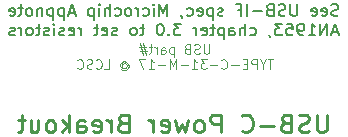
<source format=gbr>
G04 #@! TF.GenerationSoftware,KiCad,Pcbnew,(5.1.2-1)-1*
G04 #@! TF.CreationDate,2020-04-24T16:50:01+02:00*
G04 #@! TF.ProjectId,USB-C-Power-tester,5553422d-432d-4506-9f77-65722d746573,rev?*
G04 #@! TF.SameCoordinates,Original*
G04 #@! TF.FileFunction,Legend,Bot*
G04 #@! TF.FilePolarity,Positive*
%FSLAX46Y46*%
G04 Gerber Fmt 4.6, Leading zero omitted, Abs format (unit mm)*
G04 Created by KiCad (PCBNEW (5.1.2-1)-1) date 2020-04-24 16:50:01*
%MOMM*%
%LPD*%
G04 APERTURE LIST*
%ADD10C,0.100000*%
%ADD11C,0.250000*%
%ADD12C,0.150000*%
G04 APERTURE END LIST*
D10*
X85514285Y-67711904D02*
X85514285Y-68359523D01*
X85476190Y-68435714D01*
X85438095Y-68473809D01*
X85361904Y-68511904D01*
X85209523Y-68511904D01*
X85133333Y-68473809D01*
X85095238Y-68435714D01*
X85057142Y-68359523D01*
X85057142Y-67711904D01*
X84714285Y-68473809D02*
X84600000Y-68511904D01*
X84409523Y-68511904D01*
X84333333Y-68473809D01*
X84295238Y-68435714D01*
X84257142Y-68359523D01*
X84257142Y-68283333D01*
X84295238Y-68207142D01*
X84333333Y-68169047D01*
X84409523Y-68130952D01*
X84561904Y-68092857D01*
X84638095Y-68054761D01*
X84676190Y-68016666D01*
X84714285Y-67940476D01*
X84714285Y-67864285D01*
X84676190Y-67788095D01*
X84638095Y-67750000D01*
X84561904Y-67711904D01*
X84371428Y-67711904D01*
X84257142Y-67750000D01*
X83647619Y-68092857D02*
X83533333Y-68130952D01*
X83495238Y-68169047D01*
X83457142Y-68245238D01*
X83457142Y-68359523D01*
X83495238Y-68435714D01*
X83533333Y-68473809D01*
X83609523Y-68511904D01*
X83914285Y-68511904D01*
X83914285Y-67711904D01*
X83647619Y-67711904D01*
X83571428Y-67750000D01*
X83533333Y-67788095D01*
X83495238Y-67864285D01*
X83495238Y-67940476D01*
X83533333Y-68016666D01*
X83571428Y-68054761D01*
X83647619Y-68092857D01*
X83914285Y-68092857D01*
X82504761Y-67978571D02*
X82504761Y-68778571D01*
X82504761Y-68016666D02*
X82428571Y-67978571D01*
X82276190Y-67978571D01*
X82200000Y-68016666D01*
X82161904Y-68054761D01*
X82123809Y-68130952D01*
X82123809Y-68359523D01*
X82161904Y-68435714D01*
X82200000Y-68473809D01*
X82276190Y-68511904D01*
X82428571Y-68511904D01*
X82504761Y-68473809D01*
X81438095Y-68511904D02*
X81438095Y-68092857D01*
X81476190Y-68016666D01*
X81552380Y-67978571D01*
X81704761Y-67978571D01*
X81780952Y-68016666D01*
X81438095Y-68473809D02*
X81514285Y-68511904D01*
X81704761Y-68511904D01*
X81780952Y-68473809D01*
X81819047Y-68397619D01*
X81819047Y-68321428D01*
X81780952Y-68245238D01*
X81704761Y-68207142D01*
X81514285Y-68207142D01*
X81438095Y-68169047D01*
X81057142Y-68511904D02*
X81057142Y-67978571D01*
X81057142Y-68130952D02*
X81019047Y-68054761D01*
X80980952Y-68016666D01*
X80904761Y-67978571D01*
X80828571Y-67978571D01*
X80676190Y-67978571D02*
X80371428Y-67978571D01*
X80561904Y-67711904D02*
X80561904Y-68397619D01*
X80523809Y-68473809D01*
X80447619Y-68511904D01*
X80371428Y-68511904D01*
X80142857Y-67978571D02*
X79571428Y-67978571D01*
X79914285Y-67635714D02*
X80142857Y-68664285D01*
X79647619Y-68321428D02*
X80219047Y-68321428D01*
X79876190Y-68664285D02*
X79647619Y-67635714D01*
X90923809Y-69011904D02*
X90466666Y-69011904D01*
X90695238Y-69811904D02*
X90695238Y-69011904D01*
X90047619Y-69430952D02*
X90047619Y-69811904D01*
X90314285Y-69011904D02*
X90047619Y-69430952D01*
X89780952Y-69011904D01*
X89514285Y-69811904D02*
X89514285Y-69011904D01*
X89209523Y-69011904D01*
X89133333Y-69050000D01*
X89095238Y-69088095D01*
X89057142Y-69164285D01*
X89057142Y-69278571D01*
X89095238Y-69354761D01*
X89133333Y-69392857D01*
X89209523Y-69430952D01*
X89514285Y-69430952D01*
X88714285Y-69392857D02*
X88447619Y-69392857D01*
X88333333Y-69811904D02*
X88714285Y-69811904D01*
X88714285Y-69011904D01*
X88333333Y-69011904D01*
X87990476Y-69507142D02*
X87380952Y-69507142D01*
X86542857Y-69735714D02*
X86580952Y-69773809D01*
X86695238Y-69811904D01*
X86771428Y-69811904D01*
X86885714Y-69773809D01*
X86961904Y-69697619D01*
X87000000Y-69621428D01*
X87038095Y-69469047D01*
X87038095Y-69354761D01*
X87000000Y-69202380D01*
X86961904Y-69126190D01*
X86885714Y-69050000D01*
X86771428Y-69011904D01*
X86695238Y-69011904D01*
X86580952Y-69050000D01*
X86542857Y-69088095D01*
X86200000Y-69507142D02*
X85590476Y-69507142D01*
X85285714Y-69011904D02*
X84790476Y-69011904D01*
X85057142Y-69316666D01*
X84942857Y-69316666D01*
X84866666Y-69354761D01*
X84828571Y-69392857D01*
X84790476Y-69469047D01*
X84790476Y-69659523D01*
X84828571Y-69735714D01*
X84866666Y-69773809D01*
X84942857Y-69811904D01*
X85171428Y-69811904D01*
X85247619Y-69773809D01*
X85285714Y-69735714D01*
X84028571Y-69811904D02*
X84485714Y-69811904D01*
X84257142Y-69811904D02*
X84257142Y-69011904D01*
X84333333Y-69126190D01*
X84409523Y-69202380D01*
X84485714Y-69240476D01*
X83685714Y-69507142D02*
X83076190Y-69507142D01*
X82695238Y-69811904D02*
X82695238Y-69011904D01*
X82428571Y-69583333D01*
X82161904Y-69011904D01*
X82161904Y-69811904D01*
X81780952Y-69507142D02*
X81171428Y-69507142D01*
X80371428Y-69811904D02*
X80828571Y-69811904D01*
X80600000Y-69811904D02*
X80600000Y-69011904D01*
X80676190Y-69126190D01*
X80752380Y-69202380D01*
X80828571Y-69240476D01*
X80104761Y-69011904D02*
X79571428Y-69011904D01*
X79914285Y-69811904D01*
X78161904Y-69430952D02*
X78200000Y-69392857D01*
X78276190Y-69354761D01*
X78352380Y-69354761D01*
X78428571Y-69392857D01*
X78466666Y-69430952D01*
X78504761Y-69507142D01*
X78504761Y-69583333D01*
X78466666Y-69659523D01*
X78428571Y-69697619D01*
X78352380Y-69735714D01*
X78276190Y-69735714D01*
X78200000Y-69697619D01*
X78161904Y-69659523D01*
X78161904Y-69354761D02*
X78161904Y-69659523D01*
X78123809Y-69697619D01*
X78085714Y-69697619D01*
X78009523Y-69659523D01*
X77971428Y-69583333D01*
X77971428Y-69392857D01*
X78047619Y-69278571D01*
X78161904Y-69202380D01*
X78314285Y-69164285D01*
X78466666Y-69202380D01*
X78580952Y-69278571D01*
X78657142Y-69392857D01*
X78695238Y-69545238D01*
X78657142Y-69697619D01*
X78580952Y-69811904D01*
X78466666Y-69888095D01*
X78314285Y-69926190D01*
X78161904Y-69888095D01*
X78047619Y-69811904D01*
X76638095Y-69811904D02*
X77019047Y-69811904D01*
X77019047Y-69011904D01*
X75914285Y-69735714D02*
X75952380Y-69773809D01*
X76066666Y-69811904D01*
X76142857Y-69811904D01*
X76257142Y-69773809D01*
X76333333Y-69697619D01*
X76371428Y-69621428D01*
X76409523Y-69469047D01*
X76409523Y-69354761D01*
X76371428Y-69202380D01*
X76333333Y-69126190D01*
X76257142Y-69050000D01*
X76142857Y-69011904D01*
X76066666Y-69011904D01*
X75952380Y-69050000D01*
X75914285Y-69088095D01*
X75609523Y-69773809D02*
X75495238Y-69811904D01*
X75304761Y-69811904D01*
X75228571Y-69773809D01*
X75190476Y-69735714D01*
X75152380Y-69659523D01*
X75152380Y-69583333D01*
X75190476Y-69507142D01*
X75228571Y-69469047D01*
X75304761Y-69430952D01*
X75457142Y-69392857D01*
X75533333Y-69354761D01*
X75571428Y-69316666D01*
X75609523Y-69240476D01*
X75609523Y-69164285D01*
X75571428Y-69088095D01*
X75533333Y-69050000D01*
X75457142Y-69011904D01*
X75266666Y-69011904D01*
X75152380Y-69050000D01*
X74352380Y-69735714D02*
X74390476Y-69773809D01*
X74504761Y-69811904D01*
X74580952Y-69811904D01*
X74695238Y-69773809D01*
X74771428Y-69697619D01*
X74809523Y-69621428D01*
X74847619Y-69469047D01*
X74847619Y-69354761D01*
X74809523Y-69202380D01*
X74771428Y-69126190D01*
X74695238Y-69050000D01*
X74580952Y-69011904D01*
X74504761Y-69011904D01*
X74390476Y-69050000D01*
X74352380Y-69088095D01*
D11*
X95464285Y-73678571D02*
X95464285Y-74892857D01*
X95392857Y-75035714D01*
X95321428Y-75107142D01*
X95178571Y-75178571D01*
X94892857Y-75178571D01*
X94750000Y-75107142D01*
X94678571Y-75035714D01*
X94607142Y-74892857D01*
X94607142Y-73678571D01*
X93964285Y-75107142D02*
X93750000Y-75178571D01*
X93392857Y-75178571D01*
X93250000Y-75107142D01*
X93178571Y-75035714D01*
X93107142Y-74892857D01*
X93107142Y-74750000D01*
X93178571Y-74607142D01*
X93250000Y-74535714D01*
X93392857Y-74464285D01*
X93678571Y-74392857D01*
X93821428Y-74321428D01*
X93892857Y-74250000D01*
X93964285Y-74107142D01*
X93964285Y-73964285D01*
X93892857Y-73821428D01*
X93821428Y-73750000D01*
X93678571Y-73678571D01*
X93321428Y-73678571D01*
X93107142Y-73750000D01*
X91964285Y-74392857D02*
X91750000Y-74464285D01*
X91678571Y-74535714D01*
X91607142Y-74678571D01*
X91607142Y-74892857D01*
X91678571Y-75035714D01*
X91750000Y-75107142D01*
X91892857Y-75178571D01*
X92464285Y-75178571D01*
X92464285Y-73678571D01*
X91964285Y-73678571D01*
X91821428Y-73750000D01*
X91750000Y-73821428D01*
X91678571Y-73964285D01*
X91678571Y-74107142D01*
X91750000Y-74250000D01*
X91821428Y-74321428D01*
X91964285Y-74392857D01*
X92464285Y-74392857D01*
X90964285Y-74607142D02*
X89821428Y-74607142D01*
X88250000Y-75035714D02*
X88321428Y-75107142D01*
X88535714Y-75178571D01*
X88678571Y-75178571D01*
X88892857Y-75107142D01*
X89035714Y-74964285D01*
X89107142Y-74821428D01*
X89178571Y-74535714D01*
X89178571Y-74321428D01*
X89107142Y-74035714D01*
X89035714Y-73892857D01*
X88892857Y-73750000D01*
X88678571Y-73678571D01*
X88535714Y-73678571D01*
X88321428Y-73750000D01*
X88250000Y-73821428D01*
X86464285Y-75178571D02*
X86464285Y-73678571D01*
X85892857Y-73678571D01*
X85750000Y-73750000D01*
X85678571Y-73821428D01*
X85607142Y-73964285D01*
X85607142Y-74178571D01*
X85678571Y-74321428D01*
X85750000Y-74392857D01*
X85892857Y-74464285D01*
X86464285Y-74464285D01*
X84750000Y-75178571D02*
X84892857Y-75107142D01*
X84964285Y-75035714D01*
X85035714Y-74892857D01*
X85035714Y-74464285D01*
X84964285Y-74321428D01*
X84892857Y-74250000D01*
X84750000Y-74178571D01*
X84535714Y-74178571D01*
X84392857Y-74250000D01*
X84321428Y-74321428D01*
X84250000Y-74464285D01*
X84250000Y-74892857D01*
X84321428Y-75035714D01*
X84392857Y-75107142D01*
X84535714Y-75178571D01*
X84750000Y-75178571D01*
X83750000Y-74178571D02*
X83464285Y-75178571D01*
X83178571Y-74464285D01*
X82892857Y-75178571D01*
X82607142Y-74178571D01*
X81464285Y-75107142D02*
X81607142Y-75178571D01*
X81892857Y-75178571D01*
X82035714Y-75107142D01*
X82107142Y-74964285D01*
X82107142Y-74392857D01*
X82035714Y-74250000D01*
X81892857Y-74178571D01*
X81607142Y-74178571D01*
X81464285Y-74250000D01*
X81392857Y-74392857D01*
X81392857Y-74535714D01*
X82107142Y-74678571D01*
X80750000Y-75178571D02*
X80750000Y-74178571D01*
X80750000Y-74464285D02*
X80678571Y-74321428D01*
X80607142Y-74250000D01*
X80464285Y-74178571D01*
X80321428Y-74178571D01*
X78178571Y-74392857D02*
X77964285Y-74464285D01*
X77892857Y-74535714D01*
X77821428Y-74678571D01*
X77821428Y-74892857D01*
X77892857Y-75035714D01*
X77964285Y-75107142D01*
X78107142Y-75178571D01*
X78678571Y-75178571D01*
X78678571Y-73678571D01*
X78178571Y-73678571D01*
X78035714Y-73750000D01*
X77964285Y-73821428D01*
X77892857Y-73964285D01*
X77892857Y-74107142D01*
X77964285Y-74250000D01*
X78035714Y-74321428D01*
X78178571Y-74392857D01*
X78678571Y-74392857D01*
X77178571Y-75178571D02*
X77178571Y-74178571D01*
X77178571Y-74464285D02*
X77107142Y-74321428D01*
X77035714Y-74250000D01*
X76892857Y-74178571D01*
X76750000Y-74178571D01*
X75678571Y-75107142D02*
X75821428Y-75178571D01*
X76107142Y-75178571D01*
X76250000Y-75107142D01*
X76321428Y-74964285D01*
X76321428Y-74392857D01*
X76250000Y-74250000D01*
X76107142Y-74178571D01*
X75821428Y-74178571D01*
X75678571Y-74250000D01*
X75607142Y-74392857D01*
X75607142Y-74535714D01*
X76321428Y-74678571D01*
X74321428Y-75178571D02*
X74321428Y-74392857D01*
X74392857Y-74250000D01*
X74535714Y-74178571D01*
X74821428Y-74178571D01*
X74964285Y-74250000D01*
X74321428Y-75107142D02*
X74464285Y-75178571D01*
X74821428Y-75178571D01*
X74964285Y-75107142D01*
X75035714Y-74964285D01*
X75035714Y-74821428D01*
X74964285Y-74678571D01*
X74821428Y-74607142D01*
X74464285Y-74607142D01*
X74321428Y-74535714D01*
X73607142Y-75178571D02*
X73607142Y-73678571D01*
X73464285Y-74607142D02*
X73035714Y-75178571D01*
X73035714Y-74178571D02*
X73607142Y-74750000D01*
X72178571Y-75178571D02*
X72321428Y-75107142D01*
X72392857Y-75035714D01*
X72464285Y-74892857D01*
X72464285Y-74464285D01*
X72392857Y-74321428D01*
X72321428Y-74250000D01*
X72178571Y-74178571D01*
X71964285Y-74178571D01*
X71821428Y-74250000D01*
X71750000Y-74321428D01*
X71678571Y-74464285D01*
X71678571Y-74892857D01*
X71750000Y-75035714D01*
X71821428Y-75107142D01*
X71964285Y-75178571D01*
X72178571Y-75178571D01*
X70392857Y-74178571D02*
X70392857Y-75178571D01*
X71035714Y-74178571D02*
X71035714Y-74964285D01*
X70964285Y-75107142D01*
X70821428Y-75178571D01*
X70607142Y-75178571D01*
X70464285Y-75107142D01*
X70392857Y-75035714D01*
X69892857Y-74178571D02*
X69321428Y-74178571D01*
X69678571Y-73678571D02*
X69678571Y-74964285D01*
X69607142Y-75107142D01*
X69464285Y-75178571D01*
X69321428Y-75178571D01*
D12*
X96428571Y-65279761D02*
X96285714Y-65327380D01*
X96047619Y-65327380D01*
X95952380Y-65279761D01*
X95904761Y-65232142D01*
X95857142Y-65136904D01*
X95857142Y-65041666D01*
X95904761Y-64946428D01*
X95952380Y-64898809D01*
X96047619Y-64851190D01*
X96238095Y-64803571D01*
X96333333Y-64755952D01*
X96380952Y-64708333D01*
X96428571Y-64613095D01*
X96428571Y-64517857D01*
X96380952Y-64422619D01*
X96333333Y-64375000D01*
X96238095Y-64327380D01*
X96000000Y-64327380D01*
X95857142Y-64375000D01*
X95047619Y-65279761D02*
X95142857Y-65327380D01*
X95333333Y-65327380D01*
X95428571Y-65279761D01*
X95476190Y-65184523D01*
X95476190Y-64803571D01*
X95428571Y-64708333D01*
X95333333Y-64660714D01*
X95142857Y-64660714D01*
X95047619Y-64708333D01*
X95000000Y-64803571D01*
X95000000Y-64898809D01*
X95476190Y-64994047D01*
X94190476Y-65279761D02*
X94285714Y-65327380D01*
X94476190Y-65327380D01*
X94571428Y-65279761D01*
X94619047Y-65184523D01*
X94619047Y-64803571D01*
X94571428Y-64708333D01*
X94476190Y-64660714D01*
X94285714Y-64660714D01*
X94190476Y-64708333D01*
X94142857Y-64803571D01*
X94142857Y-64898809D01*
X94619047Y-64994047D01*
X92952380Y-64327380D02*
X92952380Y-65136904D01*
X92904761Y-65232142D01*
X92857142Y-65279761D01*
X92761904Y-65327380D01*
X92571428Y-65327380D01*
X92476190Y-65279761D01*
X92428571Y-65232142D01*
X92380952Y-65136904D01*
X92380952Y-64327380D01*
X91952380Y-65279761D02*
X91809523Y-65327380D01*
X91571428Y-65327380D01*
X91476190Y-65279761D01*
X91428571Y-65232142D01*
X91380952Y-65136904D01*
X91380952Y-65041666D01*
X91428571Y-64946428D01*
X91476190Y-64898809D01*
X91571428Y-64851190D01*
X91761904Y-64803571D01*
X91857142Y-64755952D01*
X91904761Y-64708333D01*
X91952380Y-64613095D01*
X91952380Y-64517857D01*
X91904761Y-64422619D01*
X91857142Y-64375000D01*
X91761904Y-64327380D01*
X91523809Y-64327380D01*
X91380952Y-64375000D01*
X90619047Y-64803571D02*
X90476190Y-64851190D01*
X90428571Y-64898809D01*
X90380952Y-64994047D01*
X90380952Y-65136904D01*
X90428571Y-65232142D01*
X90476190Y-65279761D01*
X90571428Y-65327380D01*
X90952380Y-65327380D01*
X90952380Y-64327380D01*
X90619047Y-64327380D01*
X90523809Y-64375000D01*
X90476190Y-64422619D01*
X90428571Y-64517857D01*
X90428571Y-64613095D01*
X90476190Y-64708333D01*
X90523809Y-64755952D01*
X90619047Y-64803571D01*
X90952380Y-64803571D01*
X89952380Y-64946428D02*
X89190476Y-64946428D01*
X88714285Y-65327380D02*
X88714285Y-64327380D01*
X87904761Y-64803571D02*
X88238095Y-64803571D01*
X88238095Y-65327380D02*
X88238095Y-64327380D01*
X87761904Y-64327380D01*
X86666666Y-65279761D02*
X86571428Y-65327380D01*
X86380952Y-65327380D01*
X86285714Y-65279761D01*
X86238095Y-65184523D01*
X86238095Y-65136904D01*
X86285714Y-65041666D01*
X86380952Y-64994047D01*
X86523809Y-64994047D01*
X86619047Y-64946428D01*
X86666666Y-64851190D01*
X86666666Y-64803571D01*
X86619047Y-64708333D01*
X86523809Y-64660714D01*
X86380952Y-64660714D01*
X86285714Y-64708333D01*
X85809523Y-64660714D02*
X85809523Y-65660714D01*
X85809523Y-64708333D02*
X85714285Y-64660714D01*
X85523809Y-64660714D01*
X85428571Y-64708333D01*
X85380952Y-64755952D01*
X85333333Y-64851190D01*
X85333333Y-65136904D01*
X85380952Y-65232142D01*
X85428571Y-65279761D01*
X85523809Y-65327380D01*
X85714285Y-65327380D01*
X85809523Y-65279761D01*
X84523809Y-65279761D02*
X84619047Y-65327380D01*
X84809523Y-65327380D01*
X84904761Y-65279761D01*
X84952380Y-65184523D01*
X84952380Y-64803571D01*
X84904761Y-64708333D01*
X84809523Y-64660714D01*
X84619047Y-64660714D01*
X84523809Y-64708333D01*
X84476190Y-64803571D01*
X84476190Y-64898809D01*
X84952380Y-64994047D01*
X83619047Y-65279761D02*
X83714285Y-65327380D01*
X83904761Y-65327380D01*
X84000000Y-65279761D01*
X84047619Y-65232142D01*
X84095238Y-65136904D01*
X84095238Y-64851190D01*
X84047619Y-64755952D01*
X84000000Y-64708333D01*
X83904761Y-64660714D01*
X83714285Y-64660714D01*
X83619047Y-64708333D01*
X83142857Y-65279761D02*
X83142857Y-65327380D01*
X83190476Y-65422619D01*
X83238095Y-65470238D01*
X81952380Y-65327380D02*
X81952380Y-64327380D01*
X81619047Y-65041666D01*
X81285714Y-64327380D01*
X81285714Y-65327380D01*
X80809523Y-65327380D02*
X80809523Y-64660714D01*
X80809523Y-64327380D02*
X80857142Y-64375000D01*
X80809523Y-64422619D01*
X80761904Y-64375000D01*
X80809523Y-64327380D01*
X80809523Y-64422619D01*
X79904761Y-65279761D02*
X80000000Y-65327380D01*
X80190476Y-65327380D01*
X80285714Y-65279761D01*
X80333333Y-65232142D01*
X80380952Y-65136904D01*
X80380952Y-64851190D01*
X80333333Y-64755952D01*
X80285714Y-64708333D01*
X80190476Y-64660714D01*
X80000000Y-64660714D01*
X79904761Y-64708333D01*
X79476190Y-65327380D02*
X79476190Y-64660714D01*
X79476190Y-64851190D02*
X79428571Y-64755952D01*
X79380952Y-64708333D01*
X79285714Y-64660714D01*
X79190476Y-64660714D01*
X78714285Y-65327380D02*
X78809523Y-65279761D01*
X78857142Y-65232142D01*
X78904761Y-65136904D01*
X78904761Y-64851190D01*
X78857142Y-64755952D01*
X78809523Y-64708333D01*
X78714285Y-64660714D01*
X78571428Y-64660714D01*
X78476190Y-64708333D01*
X78428571Y-64755952D01*
X78380952Y-64851190D01*
X78380952Y-65136904D01*
X78428571Y-65232142D01*
X78476190Y-65279761D01*
X78571428Y-65327380D01*
X78714285Y-65327380D01*
X77523809Y-65279761D02*
X77619047Y-65327380D01*
X77809523Y-65327380D01*
X77904761Y-65279761D01*
X77952380Y-65232142D01*
X78000000Y-65136904D01*
X78000000Y-64851190D01*
X77952380Y-64755952D01*
X77904761Y-64708333D01*
X77809523Y-64660714D01*
X77619047Y-64660714D01*
X77523809Y-64708333D01*
X77095238Y-65327380D02*
X77095238Y-64327380D01*
X76666666Y-65327380D02*
X76666666Y-64803571D01*
X76714285Y-64708333D01*
X76809523Y-64660714D01*
X76952380Y-64660714D01*
X77047619Y-64708333D01*
X77095238Y-64755952D01*
X76190476Y-65327380D02*
X76190476Y-64660714D01*
X76190476Y-64327380D02*
X76238095Y-64375000D01*
X76190476Y-64422619D01*
X76142857Y-64375000D01*
X76190476Y-64327380D01*
X76190476Y-64422619D01*
X75714285Y-64660714D02*
X75714285Y-65660714D01*
X75714285Y-64708333D02*
X75619047Y-64660714D01*
X75428571Y-64660714D01*
X75333333Y-64708333D01*
X75285714Y-64755952D01*
X75238095Y-64851190D01*
X75238095Y-65136904D01*
X75285714Y-65232142D01*
X75333333Y-65279761D01*
X75428571Y-65327380D01*
X75619047Y-65327380D01*
X75714285Y-65279761D01*
X74095238Y-65041666D02*
X73619047Y-65041666D01*
X74190476Y-65327380D02*
X73857142Y-64327380D01*
X73523809Y-65327380D01*
X73190476Y-64660714D02*
X73190476Y-65660714D01*
X73190476Y-64708333D02*
X73095238Y-64660714D01*
X72904761Y-64660714D01*
X72809523Y-64708333D01*
X72761904Y-64755952D01*
X72714285Y-64851190D01*
X72714285Y-65136904D01*
X72761904Y-65232142D01*
X72809523Y-65279761D01*
X72904761Y-65327380D01*
X73095238Y-65327380D01*
X73190476Y-65279761D01*
X72285714Y-64660714D02*
X72285714Y-65660714D01*
X72285714Y-64708333D02*
X72190476Y-64660714D01*
X72000000Y-64660714D01*
X71904761Y-64708333D01*
X71857142Y-64755952D01*
X71809523Y-64851190D01*
X71809523Y-65136904D01*
X71857142Y-65232142D01*
X71904761Y-65279761D01*
X72000000Y-65327380D01*
X72190476Y-65327380D01*
X72285714Y-65279761D01*
X71380952Y-64660714D02*
X71380952Y-65327380D01*
X71380952Y-64755952D02*
X71333333Y-64708333D01*
X71238095Y-64660714D01*
X71095238Y-64660714D01*
X71000000Y-64708333D01*
X70952380Y-64803571D01*
X70952380Y-65327380D01*
X70333333Y-65327380D02*
X70428571Y-65279761D01*
X70476190Y-65232142D01*
X70523809Y-65136904D01*
X70523809Y-64851190D01*
X70476190Y-64755952D01*
X70428571Y-64708333D01*
X70333333Y-64660714D01*
X70190476Y-64660714D01*
X70095238Y-64708333D01*
X70047619Y-64755952D01*
X70000000Y-64851190D01*
X70000000Y-65136904D01*
X70047619Y-65232142D01*
X70095238Y-65279761D01*
X70190476Y-65327380D01*
X70333333Y-65327380D01*
X69714285Y-64660714D02*
X69333333Y-64660714D01*
X69571428Y-64327380D02*
X69571428Y-65184523D01*
X69523809Y-65279761D01*
X69428571Y-65327380D01*
X69333333Y-65327380D01*
X68619047Y-65279761D02*
X68714285Y-65327380D01*
X68904761Y-65327380D01*
X69000000Y-65279761D01*
X69047619Y-65184523D01*
X69047619Y-64803571D01*
X69000000Y-64708333D01*
X68904761Y-64660714D01*
X68714285Y-64660714D01*
X68619047Y-64708333D01*
X68571428Y-64803571D01*
X68571428Y-64898809D01*
X69047619Y-64994047D01*
X96404761Y-66691666D02*
X95928571Y-66691666D01*
X96500000Y-66977380D02*
X96166666Y-65977380D01*
X95833333Y-66977380D01*
X95500000Y-66977380D02*
X95500000Y-65977380D01*
X94928571Y-66977380D01*
X94928571Y-65977380D01*
X93928571Y-66977380D02*
X94500000Y-66977380D01*
X94214285Y-66977380D02*
X94214285Y-65977380D01*
X94309523Y-66120238D01*
X94404761Y-66215476D01*
X94500000Y-66263095D01*
X93452380Y-66977380D02*
X93261904Y-66977380D01*
X93166666Y-66929761D01*
X93119047Y-66882142D01*
X93023809Y-66739285D01*
X92976190Y-66548809D01*
X92976190Y-66167857D01*
X93023809Y-66072619D01*
X93071428Y-66025000D01*
X93166666Y-65977380D01*
X93357142Y-65977380D01*
X93452380Y-66025000D01*
X93500000Y-66072619D01*
X93547619Y-66167857D01*
X93547619Y-66405952D01*
X93500000Y-66501190D01*
X93452380Y-66548809D01*
X93357142Y-66596428D01*
X93166666Y-66596428D01*
X93071428Y-66548809D01*
X93023809Y-66501190D01*
X92976190Y-66405952D01*
X92071428Y-65977380D02*
X92547619Y-65977380D01*
X92595238Y-66453571D01*
X92547619Y-66405952D01*
X92452380Y-66358333D01*
X92214285Y-66358333D01*
X92119047Y-66405952D01*
X92071428Y-66453571D01*
X92023809Y-66548809D01*
X92023809Y-66786904D01*
X92071428Y-66882142D01*
X92119047Y-66929761D01*
X92214285Y-66977380D01*
X92452380Y-66977380D01*
X92547619Y-66929761D01*
X92595238Y-66882142D01*
X91690476Y-65977380D02*
X91071428Y-65977380D01*
X91404761Y-66358333D01*
X91261904Y-66358333D01*
X91166666Y-66405952D01*
X91119047Y-66453571D01*
X91071428Y-66548809D01*
X91071428Y-66786904D01*
X91119047Y-66882142D01*
X91166666Y-66929761D01*
X91261904Y-66977380D01*
X91547619Y-66977380D01*
X91642857Y-66929761D01*
X91690476Y-66882142D01*
X90595238Y-66929761D02*
X90595238Y-66977380D01*
X90642857Y-67072619D01*
X90690476Y-67120238D01*
X88976190Y-66929761D02*
X89071428Y-66977380D01*
X89261904Y-66977380D01*
X89357142Y-66929761D01*
X89404761Y-66882142D01*
X89452380Y-66786904D01*
X89452380Y-66501190D01*
X89404761Y-66405952D01*
X89357142Y-66358333D01*
X89261904Y-66310714D01*
X89071428Y-66310714D01*
X88976190Y-66358333D01*
X88547619Y-66977380D02*
X88547619Y-65977380D01*
X88119047Y-66977380D02*
X88119047Y-66453571D01*
X88166666Y-66358333D01*
X88261904Y-66310714D01*
X88404761Y-66310714D01*
X88500000Y-66358333D01*
X88547619Y-66405952D01*
X87214285Y-66977380D02*
X87214285Y-66453571D01*
X87261904Y-66358333D01*
X87357142Y-66310714D01*
X87547619Y-66310714D01*
X87642857Y-66358333D01*
X87214285Y-66929761D02*
X87309523Y-66977380D01*
X87547619Y-66977380D01*
X87642857Y-66929761D01*
X87690476Y-66834523D01*
X87690476Y-66739285D01*
X87642857Y-66644047D01*
X87547619Y-66596428D01*
X87309523Y-66596428D01*
X87214285Y-66548809D01*
X86738095Y-66310714D02*
X86738095Y-67310714D01*
X86738095Y-66358333D02*
X86642857Y-66310714D01*
X86452380Y-66310714D01*
X86357142Y-66358333D01*
X86309523Y-66405952D01*
X86261904Y-66501190D01*
X86261904Y-66786904D01*
X86309523Y-66882142D01*
X86357142Y-66929761D01*
X86452380Y-66977380D01*
X86642857Y-66977380D01*
X86738095Y-66929761D01*
X85976190Y-66310714D02*
X85595238Y-66310714D01*
X85833333Y-65977380D02*
X85833333Y-66834523D01*
X85785714Y-66929761D01*
X85690476Y-66977380D01*
X85595238Y-66977380D01*
X84880952Y-66929761D02*
X84976190Y-66977380D01*
X85166666Y-66977380D01*
X85261904Y-66929761D01*
X85309523Y-66834523D01*
X85309523Y-66453571D01*
X85261904Y-66358333D01*
X85166666Y-66310714D01*
X84976190Y-66310714D01*
X84880952Y-66358333D01*
X84833333Y-66453571D01*
X84833333Y-66548809D01*
X85309523Y-66644047D01*
X84404761Y-66977380D02*
X84404761Y-66310714D01*
X84404761Y-66501190D02*
X84357142Y-66405952D01*
X84309523Y-66358333D01*
X84214285Y-66310714D01*
X84119047Y-66310714D01*
X83119047Y-65977380D02*
X82500000Y-65977380D01*
X82833333Y-66358333D01*
X82690476Y-66358333D01*
X82595238Y-66405952D01*
X82547619Y-66453571D01*
X82500000Y-66548809D01*
X82500000Y-66786904D01*
X82547619Y-66882142D01*
X82595238Y-66929761D01*
X82690476Y-66977380D01*
X82976190Y-66977380D01*
X83071428Y-66929761D01*
X83119047Y-66882142D01*
X82071428Y-66882142D02*
X82023809Y-66929761D01*
X82071428Y-66977380D01*
X82119047Y-66929761D01*
X82071428Y-66882142D01*
X82071428Y-66977380D01*
X81404761Y-65977380D02*
X81309523Y-65977380D01*
X81214285Y-66025000D01*
X81166666Y-66072619D01*
X81119047Y-66167857D01*
X81071428Y-66358333D01*
X81071428Y-66596428D01*
X81119047Y-66786904D01*
X81166666Y-66882142D01*
X81214285Y-66929761D01*
X81309523Y-66977380D01*
X81404761Y-66977380D01*
X81500000Y-66929761D01*
X81547619Y-66882142D01*
X81595238Y-66786904D01*
X81642857Y-66596428D01*
X81642857Y-66358333D01*
X81595238Y-66167857D01*
X81547619Y-66072619D01*
X81500000Y-66025000D01*
X81404761Y-65977380D01*
X80023809Y-66310714D02*
X79642857Y-66310714D01*
X79880952Y-65977380D02*
X79880952Y-66834523D01*
X79833333Y-66929761D01*
X79738095Y-66977380D01*
X79642857Y-66977380D01*
X79166666Y-66977380D02*
X79261904Y-66929761D01*
X79309523Y-66882142D01*
X79357142Y-66786904D01*
X79357142Y-66501190D01*
X79309523Y-66405952D01*
X79261904Y-66358333D01*
X79166666Y-66310714D01*
X79023809Y-66310714D01*
X78928571Y-66358333D01*
X78880952Y-66405952D01*
X78833333Y-66501190D01*
X78833333Y-66786904D01*
X78880952Y-66882142D01*
X78928571Y-66929761D01*
X79023809Y-66977380D01*
X79166666Y-66977380D01*
X77690476Y-66929761D02*
X77595238Y-66977380D01*
X77404761Y-66977380D01*
X77309523Y-66929761D01*
X77261904Y-66834523D01*
X77261904Y-66786904D01*
X77309523Y-66691666D01*
X77404761Y-66644047D01*
X77547619Y-66644047D01*
X77642857Y-66596428D01*
X77690476Y-66501190D01*
X77690476Y-66453571D01*
X77642857Y-66358333D01*
X77547619Y-66310714D01*
X77404761Y-66310714D01*
X77309523Y-66358333D01*
X76452380Y-66929761D02*
X76547619Y-66977380D01*
X76738095Y-66977380D01*
X76833333Y-66929761D01*
X76880952Y-66834523D01*
X76880952Y-66453571D01*
X76833333Y-66358333D01*
X76738095Y-66310714D01*
X76547619Y-66310714D01*
X76452380Y-66358333D01*
X76404761Y-66453571D01*
X76404761Y-66548809D01*
X76880952Y-66644047D01*
X76119047Y-66310714D02*
X75738095Y-66310714D01*
X75976190Y-65977380D02*
X75976190Y-66834523D01*
X75928571Y-66929761D01*
X75833333Y-66977380D01*
X75738095Y-66977380D01*
X74642857Y-66977380D02*
X74642857Y-66310714D01*
X74642857Y-66501190D02*
X74595238Y-66405952D01*
X74547619Y-66358333D01*
X74452380Y-66310714D01*
X74357142Y-66310714D01*
X73642857Y-66929761D02*
X73738095Y-66977380D01*
X73928571Y-66977380D01*
X74023809Y-66929761D01*
X74071428Y-66834523D01*
X74071428Y-66453571D01*
X74023809Y-66358333D01*
X73928571Y-66310714D01*
X73738095Y-66310714D01*
X73642857Y-66358333D01*
X73595238Y-66453571D01*
X73595238Y-66548809D01*
X74071428Y-66644047D01*
X73214285Y-66929761D02*
X73119047Y-66977380D01*
X72928571Y-66977380D01*
X72833333Y-66929761D01*
X72785714Y-66834523D01*
X72785714Y-66786904D01*
X72833333Y-66691666D01*
X72928571Y-66644047D01*
X73071428Y-66644047D01*
X73166666Y-66596428D01*
X73214285Y-66501190D01*
X73214285Y-66453571D01*
X73166666Y-66358333D01*
X73071428Y-66310714D01*
X72928571Y-66310714D01*
X72833333Y-66358333D01*
X72357142Y-66977380D02*
X72357142Y-66310714D01*
X72357142Y-65977380D02*
X72404761Y-66025000D01*
X72357142Y-66072619D01*
X72309523Y-66025000D01*
X72357142Y-65977380D01*
X72357142Y-66072619D01*
X71928571Y-66929761D02*
X71833333Y-66977380D01*
X71642857Y-66977380D01*
X71547619Y-66929761D01*
X71500000Y-66834523D01*
X71500000Y-66786904D01*
X71547619Y-66691666D01*
X71642857Y-66644047D01*
X71785714Y-66644047D01*
X71880952Y-66596428D01*
X71928571Y-66501190D01*
X71928571Y-66453571D01*
X71880952Y-66358333D01*
X71785714Y-66310714D01*
X71642857Y-66310714D01*
X71547619Y-66358333D01*
X71214285Y-66310714D02*
X70833333Y-66310714D01*
X71071428Y-65977380D02*
X71071428Y-66834523D01*
X71023809Y-66929761D01*
X70928571Y-66977380D01*
X70833333Y-66977380D01*
X70357142Y-66977380D02*
X70452380Y-66929761D01*
X70500000Y-66882142D01*
X70547619Y-66786904D01*
X70547619Y-66501190D01*
X70500000Y-66405952D01*
X70452380Y-66358333D01*
X70357142Y-66310714D01*
X70214285Y-66310714D01*
X70119047Y-66358333D01*
X70071428Y-66405952D01*
X70023809Y-66501190D01*
X70023809Y-66786904D01*
X70071428Y-66882142D01*
X70119047Y-66929761D01*
X70214285Y-66977380D01*
X70357142Y-66977380D01*
X69595238Y-66977380D02*
X69595238Y-66310714D01*
X69595238Y-66501190D02*
X69547619Y-66405952D01*
X69500000Y-66358333D01*
X69404761Y-66310714D01*
X69309523Y-66310714D01*
X69023809Y-66929761D02*
X68928571Y-66977380D01*
X68738095Y-66977380D01*
X68642857Y-66929761D01*
X68595238Y-66834523D01*
X68595238Y-66786904D01*
X68642857Y-66691666D01*
X68738095Y-66644047D01*
X68880952Y-66644047D01*
X68976190Y-66596428D01*
X69023809Y-66501190D01*
X69023809Y-66453571D01*
X68976190Y-66358333D01*
X68880952Y-66310714D01*
X68738095Y-66310714D01*
X68642857Y-66358333D01*
M02*

</source>
